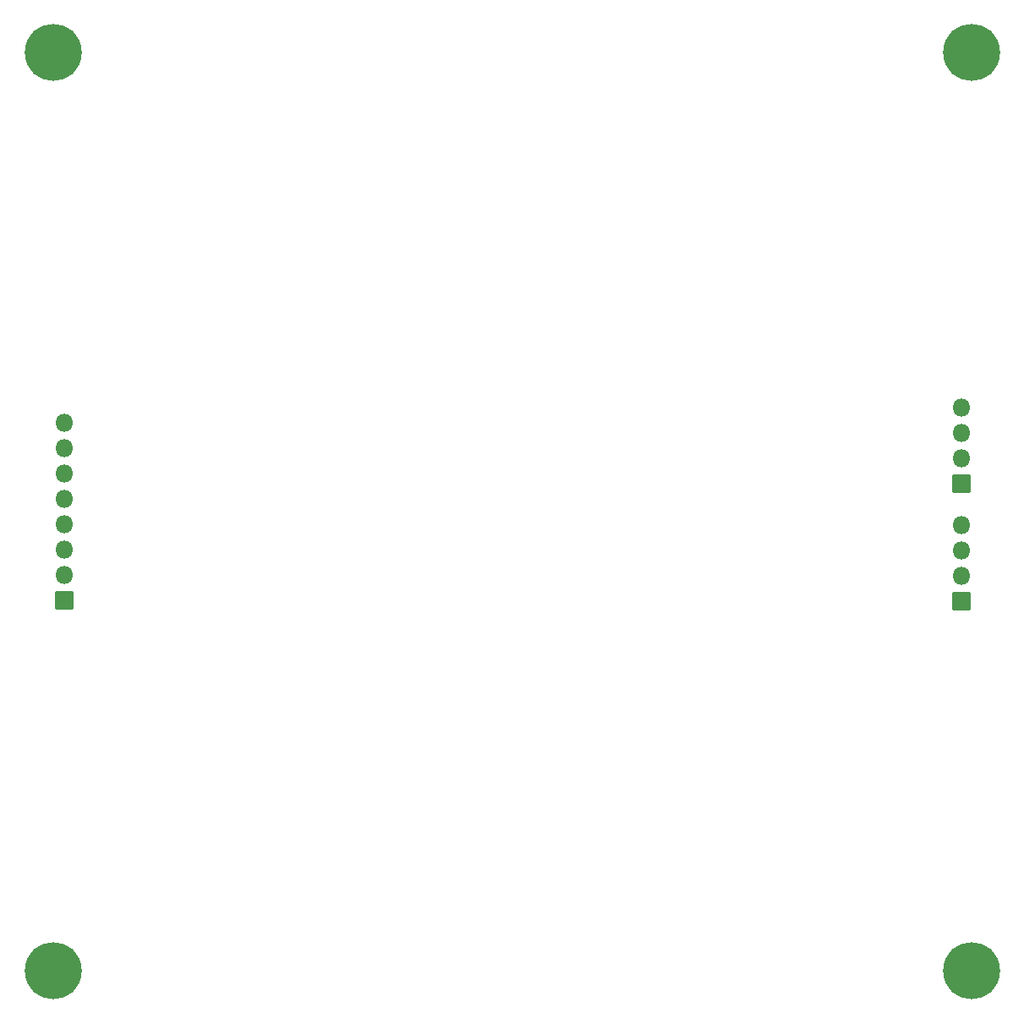
<source format=gbs>
G04 #@! TF.GenerationSoftware,KiCad,Pcbnew,6.0.2+dfsg-1*
G04 #@! TF.CreationDate,2023-06-12T21:26:12+02:00*
G04 #@! TF.ProjectId,Logic_0,4c6f6769-635f-4302-9e6b-696361645f70,rev?*
G04 #@! TF.SameCoordinates,Original*
G04 #@! TF.FileFunction,Soldermask,Bot*
G04 #@! TF.FilePolarity,Negative*
%FSLAX46Y46*%
G04 Gerber Fmt 4.6, Leading zero omitted, Abs format (unit mm)*
G04 Created by KiCad (PCBNEW 6.0.2+dfsg-1) date 2023-06-12 21:26:12*
%MOMM*%
%LPD*%
G01*
G04 APERTURE LIST*
G04 Aperture macros list*
%AMRoundRect*
0 Rectangle with rounded corners*
0 $1 Rounding radius*
0 $2 $3 $4 $5 $6 $7 $8 $9 X,Y pos of 4 corners*
0 Add a 4 corners polygon primitive as box body*
4,1,4,$2,$3,$4,$5,$6,$7,$8,$9,$2,$3,0*
0 Add four circle primitives for the rounded corners*
1,1,$1+$1,$2,$3*
1,1,$1+$1,$4,$5*
1,1,$1+$1,$6,$7*
1,1,$1+$1,$8,$9*
0 Add four rect primitives between the rounded corners*
20,1,$1+$1,$2,$3,$4,$5,0*
20,1,$1+$1,$4,$5,$6,$7,0*
20,1,$1+$1,$6,$7,$8,$9,0*
20,1,$1+$1,$8,$9,$2,$3,0*%
G04 Aperture macros list end*
%ADD10C,5.700000*%
%ADD11RoundRect,0.050000X-0.850000X-0.850000X0.850000X-0.850000X0.850000X0.850000X-0.850000X0.850000X0*%
%ADD12O,1.800000X1.800000*%
G04 APERTURE END LIST*
D10*
G04 #@! TO.C,H5*
X34000000Y-49000000D03*
G04 #@! TD*
G04 #@! TO.C,H6*
X126000000Y-49000000D03*
G04 #@! TD*
G04 #@! TO.C,H7*
X34000000Y-141000000D03*
G04 #@! TD*
G04 #@! TO.C,H8*
X126000000Y-141000000D03*
G04 #@! TD*
D11*
G04 #@! TO.C,J4*
X35100000Y-103900000D03*
D12*
X35100000Y-101360000D03*
X35100000Y-98820000D03*
X35100000Y-96280000D03*
X35100000Y-93740000D03*
X35100000Y-91200000D03*
X35100000Y-88660000D03*
X35100000Y-86120000D03*
G04 #@! TD*
D11*
G04 #@! TO.C,J5*
X125000000Y-103920000D03*
D12*
X125000000Y-101380000D03*
X125000000Y-98840000D03*
X125000000Y-96300000D03*
G04 #@! TD*
D11*
G04 #@! TO.C,J6*
X125000000Y-92200000D03*
D12*
X125000000Y-89660000D03*
X125000000Y-87120000D03*
X125000000Y-84580000D03*
G04 #@! TD*
M02*

</source>
